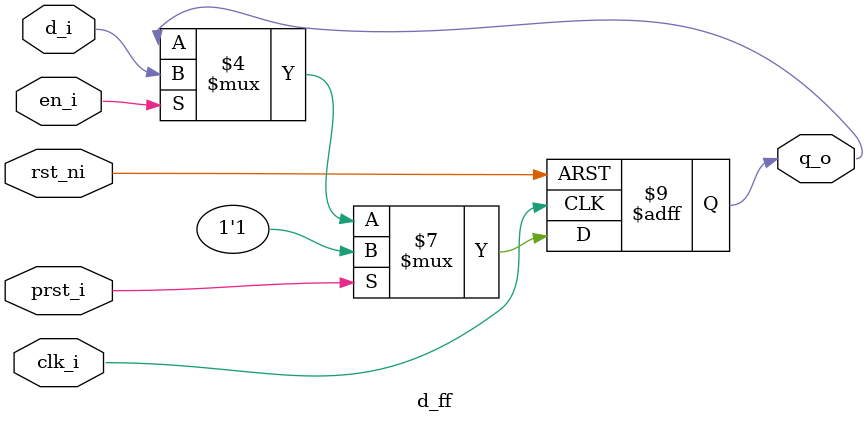
<source format=sv>
module d_ff
  (
    input  logic  clk_i,
    input  logic  rst_ni,
    input  logic  prst_i,
    input  logic  en_i,
    
    
    input  logic  d_i,
    output logic  q_o
   );
    
  always_ff@ (posedge clk_i, negedge rst_ni) begin: DFF
    if       (~rst_ni)       q_o <= 1'b0;
    else if  ( prst_i)       q_o <= 1'b1;
    else if  (   en_i)       q_o <= d_i;
    else                     q_o <= q_o;
  end
  
endmodule

</source>
